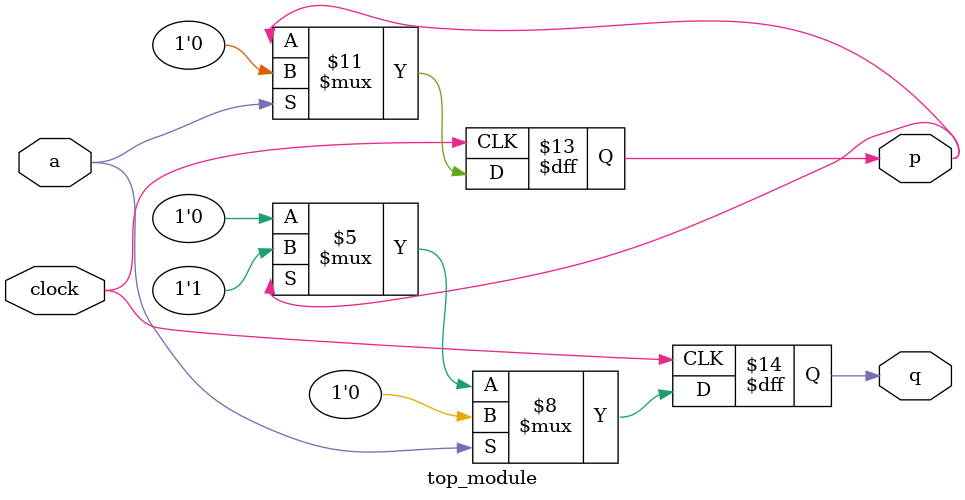
<source format=sv>
module top_module (
	input clock,
	input a, 
	output reg p,
	output reg q
);

always @(posedge clock) begin
	if (a == 1'b1) begin
		p <= 1'b0;
		q <= 1'b0;
	end else begin
		p <= p;
		if (p == 1'b1)
			q <= 1'b1;
		else
			q <= 1'b0;
	end
end

endmodule

</source>
